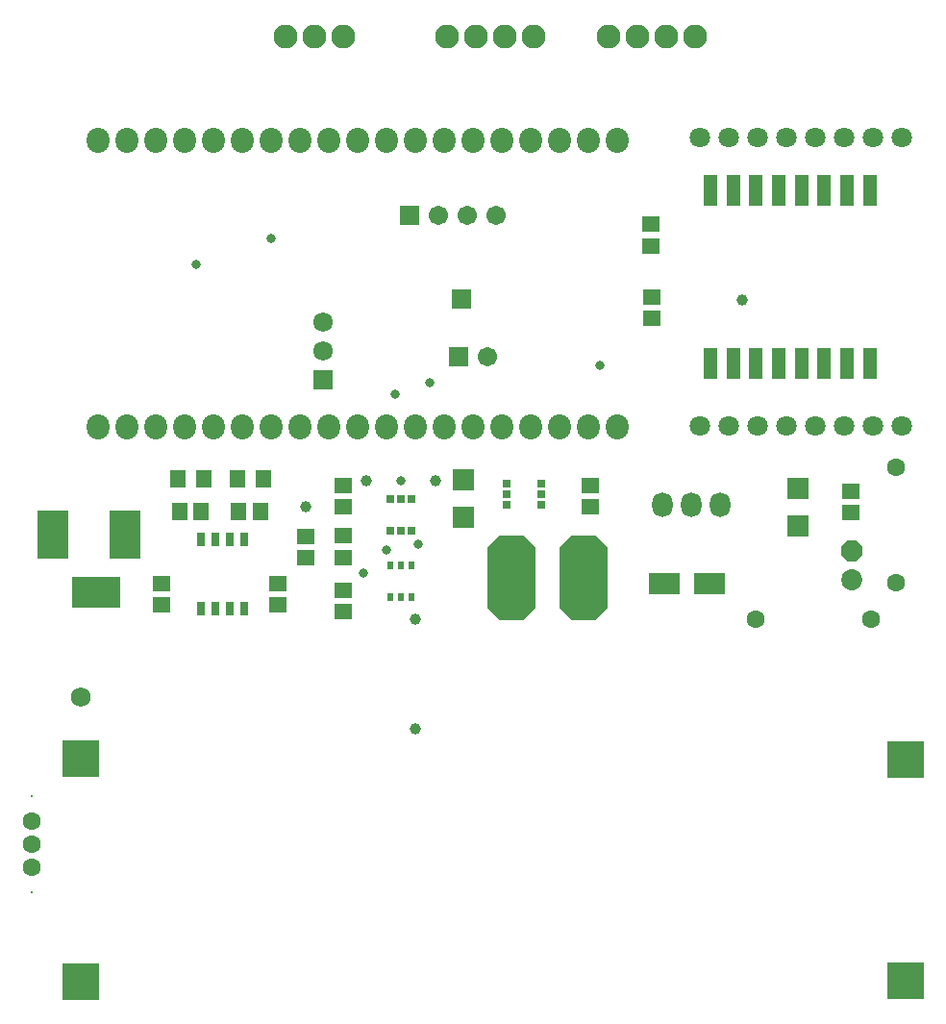
<source format=gts>
G04*
G04 #@! TF.GenerationSoftware,Altium Limited,Altium Designer,21.9.2 (33)*
G04*
G04 Layer_Color=8388736*
%FSTAX24Y24*%
%MOIN*%
G70*
G04*
G04 #@! TF.SameCoordinates,6E6F4FCF-DDBA-4186-BE1C-5EC4A7FB59E6*
G04*
G04*
G04 #@! TF.FilePolarity,Negative*
G04*
G01*
G75*
%ADD32R,0.0513X0.1104*%
%ADD33R,0.0631X0.0552*%
%ADD34R,0.0257X0.0316*%
%ADD35R,0.0237X0.0316*%
%ADD36R,0.0580X0.0630*%
%ADD37R,0.0552X0.0631*%
%ADD38R,0.0749X0.0749*%
%ADD39R,0.1064X0.0749*%
%ADD40R,0.0316X0.0277*%
G04:AMPARAMS|DCode=41|XSize=295.4mil|YSize=165.5mil|CornerRadius=0mil|HoleSize=0mil|Usage=FLASHONLY|Rotation=270.000|XOffset=0mil|YOffset=0mil|HoleType=Round|Shape=Octagon|*
%AMOCTAGOND41*
4,1,8,-0.0414,-0.1477,0.0414,-0.1477,0.0827,-0.1063,0.0827,0.1063,0.0414,0.1477,-0.0414,0.1477,-0.0827,0.1063,-0.0827,-0.1063,-0.0414,-0.1477,0.0*
%
%ADD41OCTAGOND41*%

%ADD42R,0.0277X0.0474*%
%ADD43C,0.0631*%
%ADD44C,0.0710*%
%ADD45C,0.0680*%
%ADD46R,0.1261X0.1261*%
%ADD47C,0.0828*%
%ADD48O,0.0789X0.0867*%
%ADD49C,0.0080*%
%ADD50O,0.0710X0.0867*%
%ADD51C,0.0671*%
%ADD52R,0.0671X0.0671*%
%ADD53R,0.0710X0.0710*%
%ADD54C,0.0678*%
%ADD55R,0.0678X0.0678*%
%ADD56P,0.0790X8X292.5*%
%ADD57C,0.0730*%
%ADD58R,0.1680X0.1080*%
%ADD59R,0.1080X0.1680*%
%ADD60C,0.0395*%
%ADD61C,0.0316*%
D32*
X041619Y059528D02*
D03*
X040832D02*
D03*
X040044D02*
D03*
X039257D02*
D03*
X038469D02*
D03*
X037682D02*
D03*
X036895D02*
D03*
X036107D02*
D03*
Y053505D02*
D03*
X036895D02*
D03*
X037682D02*
D03*
X038469D02*
D03*
X039257D02*
D03*
X040044D02*
D03*
X040832D02*
D03*
X041619D02*
D03*
D33*
X034044Y058337D02*
D03*
Y057589D02*
D03*
X034052Y055081D02*
D03*
Y055829D02*
D03*
X021092Y045137D02*
D03*
Y045885D02*
D03*
X017079Y045139D02*
D03*
Y045887D02*
D03*
X040965Y049079D02*
D03*
Y048331D02*
D03*
X031924Y048544D02*
D03*
Y049292D02*
D03*
X022057Y04678D02*
D03*
Y047528D02*
D03*
X02335Y048549D02*
D03*
Y049297D02*
D03*
X023371Y047532D02*
D03*
Y046784D02*
D03*
X023366Y045655D02*
D03*
Y044907D02*
D03*
D34*
X024989Y048806D02*
D03*
X025363D02*
D03*
X025737D02*
D03*
Y047724D02*
D03*
X025363D02*
D03*
X024989D02*
D03*
D35*
X024989Y045409D02*
D03*
X025363D02*
D03*
X025737D02*
D03*
Y046519D02*
D03*
X025363D02*
D03*
X024989D02*
D03*
D36*
X017634Y04951D02*
D03*
X018534D02*
D03*
X019685D02*
D03*
X020585D02*
D03*
D37*
X018448Y048397D02*
D03*
X0177D02*
D03*
X020496Y048395D02*
D03*
X019748D02*
D03*
D38*
X039122Y047887D02*
D03*
Y049186D02*
D03*
X02752Y048173D02*
D03*
Y049472D02*
D03*
D39*
X0345Y045892D02*
D03*
X036075D02*
D03*
D40*
X030222Y048614D02*
D03*
Y048988D02*
D03*
Y049362D02*
D03*
X029041Y048614D02*
D03*
Y048988D02*
D03*
Y049362D02*
D03*
D41*
X031699Y04609D02*
D03*
X029199D02*
D03*
D42*
X018436Y04743D02*
D03*
X018936D02*
D03*
X019436D02*
D03*
X019936D02*
D03*
Y045028D02*
D03*
X019436D02*
D03*
X018936D02*
D03*
X018436D02*
D03*
D43*
X042537Y049924D02*
D03*
Y045908D02*
D03*
X041671Y044648D02*
D03*
X037655D02*
D03*
X012563Y036048D02*
D03*
Y036842D02*
D03*
Y037635D02*
D03*
D44*
X042717Y051362D02*
D03*
X041717D02*
D03*
X040717D02*
D03*
X039717D02*
D03*
X038717D02*
D03*
X037717D02*
D03*
X036717D02*
D03*
X035717D02*
D03*
Y061362D02*
D03*
X036717D02*
D03*
X037717D02*
D03*
X038717D02*
D03*
X039717D02*
D03*
X040717D02*
D03*
X041717D02*
D03*
X042717D02*
D03*
D45*
X014263Y041948D02*
D03*
D46*
X014272Y03209D02*
D03*
X042854Y03213D02*
D03*
X014272Y039807D02*
D03*
X042854Y039767D02*
D03*
D47*
X032563Y064848D02*
D03*
X033563D02*
D03*
X034563D02*
D03*
X035563D02*
D03*
D03*
X026963D02*
D03*
X027963D02*
D03*
X028963D02*
D03*
X029963D02*
D03*
D03*
X023363D02*
D03*
X022363D02*
D03*
X021363D02*
D03*
D48*
X032855Y061243D02*
D03*
X031855D02*
D03*
X030855D02*
D03*
X029855D02*
D03*
X028855D02*
D03*
X027855D02*
D03*
X026855D02*
D03*
X025855D02*
D03*
X024855D02*
D03*
X023855D02*
D03*
X022855D02*
D03*
X021855D02*
D03*
X020855D02*
D03*
X019855D02*
D03*
X018855D02*
D03*
X017855D02*
D03*
X016855D02*
D03*
X015855D02*
D03*
X014862D02*
D03*
Y051298D02*
D03*
X015862D02*
D03*
X016862D02*
D03*
X017862D02*
D03*
X018862D02*
D03*
X019862D02*
D03*
X020862D02*
D03*
X021862D02*
D03*
X022862D02*
D03*
X023862D02*
D03*
X024862D02*
D03*
X025862D02*
D03*
X026862D02*
D03*
X027862D02*
D03*
X028862D02*
D03*
X029862D02*
D03*
X030862D02*
D03*
X031862D02*
D03*
X032862D02*
D03*
D49*
X012555Y03519D02*
D03*
Y038525D02*
D03*
D50*
X034445Y048602D02*
D03*
X035445D02*
D03*
X036445D02*
D03*
D51*
X028663Y058648D02*
D03*
X027663D02*
D03*
X026663D02*
D03*
X028363Y053748D02*
D03*
D52*
X025663Y058648D02*
D03*
X027363Y053748D02*
D03*
D53*
X027463Y055748D02*
D03*
D54*
X022663Y054948D02*
D03*
Y053948D02*
D03*
D55*
Y052948D02*
D03*
D56*
X040989Y047016D02*
D03*
D57*
Y046016D02*
D03*
D58*
X014791Y045576D02*
D03*
D59*
X013291Y047576D02*
D03*
X015791D02*
D03*
D60*
X025863Y040848D02*
D03*
X037209Y055703D02*
D03*
X025863Y044648D02*
D03*
X02658Y049451D02*
D03*
X022063Y048548D02*
D03*
X024163Y049448D02*
D03*
D61*
X020863Y057848D02*
D03*
X032263Y053448D02*
D03*
X025163Y052448D02*
D03*
X026363Y052848D02*
D03*
X018263Y056948D02*
D03*
X024063Y046248D02*
D03*
X025963Y047248D02*
D03*
X024863Y047048D02*
D03*
X025363Y049448D02*
D03*
M02*

</source>
